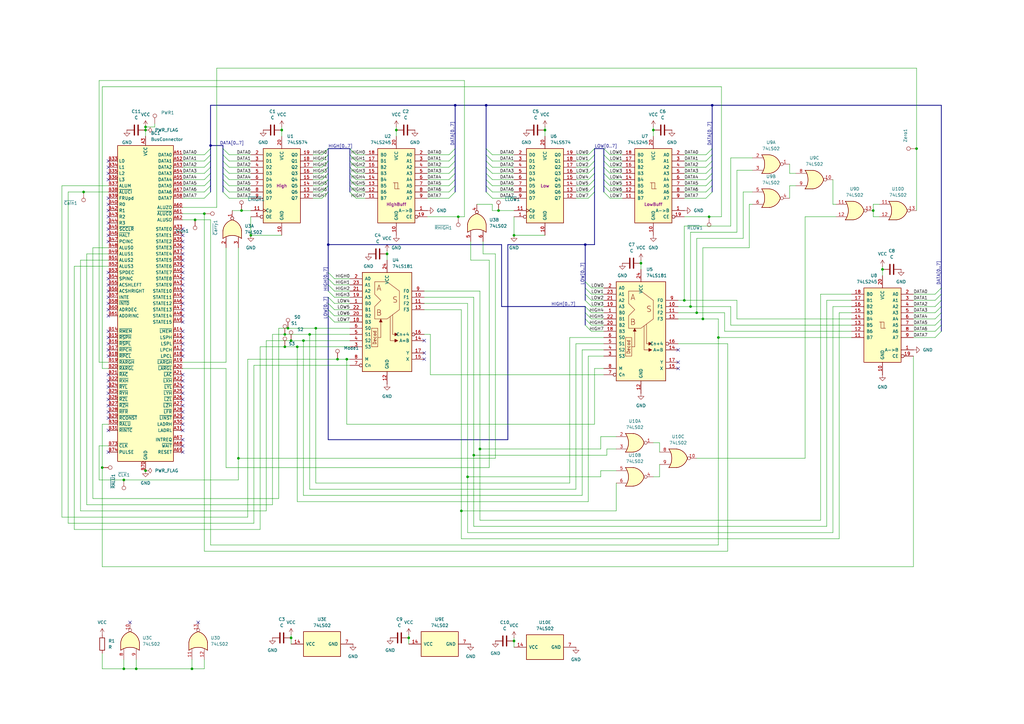
<source format=kicad_sch>
(kicad_sch (version 20250114) (generator "eeschema") (generator_version "9.0")
  (paper "A3")
  (junction (at 59.69 193.04))
  (junction (at 288.29 130.81))
  (junction (at 290.83 88.9))
  (junction (at 191.77 195.58))
  (junction (at 119.38 139.7))
  (junction (at 267.97 53.34))
  (junction (at 158.75 104.14))
  (junction (at 34.29 78.74))
  (junction (at 204.47 86.36))
  (junction (at 162.56 53.34))
  (junction (at 294.64 138.43))
  (junction (at 187.96 88.9))
  (junction (at 116.84 137.16))
  (junction (at 375.92 60.96))
  (junction (at 50.8 274.32))
  (junction (at 80.01 90.17))
  (junction (at 292.1 43.18))
  (junction (at 167.64 261.62))
  (junction (at 124.46 139.7))
  (junction (at 196.85 184.15))
  (junction (at 97.79 187.96))
  (junction (at 127 137.16))
  (junction (at 358.14 86.36))
  (junction (at 116.84 142.24))
  (junction (at 78.74 274.32))
  (junction (at 142.24 147.32))
  (junction (at 129.54 134.62))
  (junction (at 50.8 196.85))
  (junction (at 59.69 52.07))
  (junction (at 138.43 147.32))
  (junction (at 210.82 262.89))
  (junction (at 55.88 274.32))
  (junction (at 194.31 186.69))
  (junction (at 361.95 110.49))
  (junction (at 285.75 128.27))
  (junction (at 115.57 53.34))
  (junction (at 121.92 142.24))
  (junction (at 189.23 209.55))
  (junction (at 280.67 123.19))
  (junction (at 283.21 125.73))
  (junction (at 119.38 261.62))
  (junction (at 210.82 96.52))
  (junction (at 118.11 134.62))
  (junction (at 223.52 53.34))
  (junction (at 41.91 191.77))
  (junction (at 99.06 86.36))
  (junction (at 134.62 100.33))
  (junction (at 186.69 43.18))
  (junction (at 83.82 87.63))
  (junction (at 262.89 107.95))
  (junction (at 240.03 100.33))
  (junction (at 86.36 59.69))
  (junction (at 199.39 43.18))
  (junction (at 102.87 96.52))
  (junction (at 59.69 53.34))
  (no_connect (at 74.93 124.46))
  (no_connect (at 81.28 255.27))
  (no_connect (at 74.93 99.06))
  (no_connect (at 74.93 140.97))
  (no_connect (at 74.93 106.68))
  (no_connect (at 74.93 180.34))
  (no_connect (at 74.93 132.08))
  (no_connect (at 278.13 151.13))
  (no_connect (at 44.45 91.44))
  (no_connect (at 74.93 109.22))
  (no_connect (at 74.93 101.6))
  (no_connect (at 278.13 143.51))
  (no_connect (at 44.45 163.83))
  (no_connect (at 44.45 153.67))
  (no_connect (at 44.45 88.9))
  (no_connect (at 74.93 168.91))
  (no_connect (at 74.93 111.76))
  (no_connect (at 74.93 171.45))
  (no_connect (at 74.93 158.75))
  (no_connect (at 44.45 158.75))
  (no_connect (at 74.93 119.38))
  (no_connect (at 44.45 111.76))
  (no_connect (at 74.93 121.92))
  (no_connect (at 74.93 93.98))
  (no_connect (at 44.45 166.37))
  (no_connect (at 74.93 114.3))
  (no_connect (at 74.93 185.42))
  (no_connect (at 44.45 96.52))
  (no_connect (at 44.45 127))
  (no_connect (at 74.93 176.53))
  (no_connect (at 74.93 146.05))
  (no_connect (at 278.13 148.59))
  (no_connect (at 44.45 116.84))
  (no_connect (at 44.45 176.53))
  (no_connect (at 44.45 140.97))
  (no_connect (at 44.45 73.66))
  (no_connect (at 173.99 147.32))
  (no_connect (at 44.45 171.45))
  (no_connect (at 44.45 66.04))
  (no_connect (at 44.45 129.54))
  (no_connect (at 44.45 138.43))
  (no_connect (at 74.93 143.51))
  (no_connect (at 74.93 96.52))
  (no_connect (at 44.45 121.92))
  (no_connect (at 44.45 68.58))
  (no_connect (at 53.34 255.27))
  (no_connect (at 74.93 182.88))
  (no_connect (at 44.45 119.38))
  (no_connect (at 74.93 116.84))
  (no_connect (at 44.45 185.42))
  (no_connect (at 74.93 161.29))
  (no_connect (at 44.45 156.21))
  (no_connect (at 74.93 138.43))
  (no_connect (at 44.45 114.3))
  (no_connect (at 44.45 93.98))
  (no_connect (at 44.45 143.51))
  (no_connect (at 74.93 104.14))
  (no_connect (at 173.99 144.78))
  (no_connect (at 74.93 135.89))
  (no_connect (at 74.93 166.37))
  (no_connect (at 44.45 83.82))
  (no_connect (at 44.45 161.29))
  (no_connect (at 44.45 168.91))
  (no_connect (at 173.99 139.7))
  (no_connect (at 74.93 156.21))
  (no_connect (at 44.45 124.46))
  (no_connect (at 74.93 173.99))
  (no_connect (at 44.45 99.06))
  (no_connect (at 44.45 81.28))
  (no_connect (at 74.93 127))
  (no_connect (at 74.93 153.67))
  (no_connect (at 74.93 163.83))
  (no_connect (at 44.45 135.89))
  (no_connect (at 44.45 146.05))
  (no_connect (at 74.93 129.54))
  (no_connect (at 44.45 86.36))
  (no_connect (at 44.45 71.12))
  (bus_entry (at 247.65 78.74) (size 2.54 2.54))
  (bus_entry (at 134.62 124.46) (size 2.54 2.54))
  (bus_entry (at 292.1 76.2) (size -2.54 2.54))
  (bus_entry (at 292.1 63.5) (size -2.54 2.54))
  (bus_entry (at 386.08 118.11) (size -2.54 2.54))
  (bus_entry (at 243.84 76.2) (size -2.54 2.54))
  (bus_entry (at 134.62 121.92) (size 2.54 2.54))
  (bus_entry (at 186.69 78.74) (size -2.54 2.54))
  (bus_entry (at 134.62 127) (size 2.54 2.54))
  (bus_entry (at 86.36 66.04) (size -2.54 2.54))
  (bus_entry (at 91.44 73.66) (size 2.54 2.54))
  (bus_entry (at 199.39 73.66) (size 2.54 2.54))
  (bus_entry (at 186.69 66.04) (size -2.54 2.54))
  (bus_entry (at 134.62 68.58) (size -2.54 2.54))
  (bus_entry (at 243.84 73.66) (size -2.54 2.54))
  (bus_entry (at 143.51 73.66) (size 2.54 2.54))
  (bus_entry (at 134.62 63.5) (size -2.54 2.54))
  (bus_entry (at 86.36 73.66) (size -2.54 2.54))
  (bus_entry (at 91.44 68.58) (size 2.54 2.54))
  (bus_entry (at 134.62 76.2) (size -2.54 2.54))
  (bus_entry (at 243.84 68.58) (size -2.54 2.54))
  (bus_entry (at 199.39 71.12) (size 2.54 2.54))
  (bus_entry (at 143.51 71.12) (size 2.54 2.54))
  (bus_entry (at 134.62 111.76) (size 2.54 2.54))
  (bus_entry (at 134.62 78.74) (size -2.54 2.54))
  (bus_entry (at 386.08 120.65) (size -2.54 2.54))
  (bus_entry (at 199.39 76.2) (size 2.54 2.54))
  (bus_entry (at 86.36 60.96) (size -2.54 2.54))
  (bus_entry (at 243.84 60.96) (size -2.54 2.54))
  (bus_entry (at 240.03 130.81) (size 2.54 2.54))
  (bus_entry (at 134.62 71.12) (size -2.54 2.54))
  (bus_entry (at 91.44 78.74) (size 2.54 2.54))
  (bus_entry (at 247.65 76.2) (size 2.54 2.54))
  (bus_entry (at 91.44 63.5) (size 2.54 2.54))
  (bus_entry (at 86.36 68.58) (size -2.54 2.54))
  (bus_entry (at 186.69 68.58) (size -2.54 2.54))
  (bus_entry (at 240.03 118.11) (size 2.54 2.54))
  (bus_entry (at 143.51 68.58) (size 2.54 2.54))
  (bus_entry (at 240.03 115.57) (size 2.54 2.54))
  (bus_entry (at 199.39 68.58) (size 2.54 2.54))
  (bus_entry (at 134.62 60.96) (size -2.54 2.54))
  (bus_entry (at 186.69 73.66) (size -2.54 2.54))
  (bus_entry (at 240.03 120.65) (size 2.54 2.54))
  (bus_entry (at 134.62 66.04) (size -2.54 2.54))
  (bus_entry (at 199.39 60.96) (size 2.54 2.54))
  (bus_entry (at 134.62 116.84) (size 2.54 2.54))
  (bus_entry (at 134.62 119.38) (size 2.54 2.54))
  (bus_entry (at 86.36 71.12) (size -2.54 2.54))
  (bus_entry (at 91.44 60.96) (size 2.54 2.54))
  (bus_entry (at 143.51 76.2) (size 2.54 2.54))
  (bus_entry (at 243.84 66.04) (size -2.54 2.54))
  (bus_entry (at 240.03 128.27) (size 2.54 2.54))
  (bus_entry (at 186.69 63.5) (size -2.54 2.54))
  (bus_entry (at 243.84 78.74) (size -2.54 2.54))
  (bus_entry (at 243.84 71.12) (size -2.54 2.54))
  (bus_entry (at 86.36 78.74) (size -2.54 2.54))
  (bus_entry (at 86.36 76.2) (size -2.54 2.54))
  (bus_entry (at 143.51 66.04) (size 2.54 2.54))
  (bus_entry (at 386.08 130.81) (size -2.54 2.54))
  (bus_entry (at 91.44 71.12) (size 2.54 2.54))
  (bus_entry (at 247.65 68.58) (size 2.54 2.54))
  (bus_entry (at 240.03 125.73) (size 2.54 2.54))
  (bus_entry (at 134.62 73.66) (size -2.54 2.54))
  (bus_entry (at 292.1 60.96) (size -2.54 2.54))
  (bus_entry (at 86.36 63.5) (size -2.54 2.54))
  (bus_entry (at 143.51 60.96) (size 2.54 2.54))
  (bus_entry (at 292.1 68.58) (size -2.54 2.54))
  (bus_entry (at 247.65 66.04) (size 2.54 2.54))
  (bus_entry (at 186.69 60.96) (size -2.54 2.54))
  (bus_entry (at 386.08 123.19) (size -2.54 2.54))
  (bus_entry (at 386.08 133.35) (size -2.54 2.54))
  (bus_entry (at 292.1 71.12) (size -2.54 2.54))
  (bus_entry (at 199.39 63.5) (size 2.54 2.54))
  (bus_entry (at 247.65 73.66) (size 2.54 2.54))
  (bus_entry (at 91.44 76.2) (size 2.54 2.54))
  (bus_entry (at 134.62 129.54) (size 2.54 2.54))
  (bus_entry (at 240.03 123.19) (size 2.54 2.54))
  (bus_entry (at 386.08 135.89) (size -2.54 2.54))
  (bus_entry (at 247.65 63.5) (size 2.54 2.54))
  (bus_entry (at 292.1 66.04) (size -2.54 2.54))
  (bus_entry (at 292.1 73.66) (size -2.54 2.54))
  (bus_entry (at 386.08 125.73) (size -2.54 2.54))
  (bus_entry (at 247.65 60.96) (size 2.54 2.54))
  (bus_entry (at 186.69 71.12) (size -2.54 2.54))
  (bus_entry (at 292.1 78.74) (size -2.54 2.54))
  (bus_entry (at 240.03 133.35) (size 2.54 2.54))
  (bus_entry (at 199.39 66.04) (size 2.54 2.54))
  (bus_entry (at 134.62 114.3) (size 2.54 2.54))
  (bus_entry (at 243.84 63.5) (size -2.54 2.54))
  (bus_entry (at 247.65 71.12) (size 2.54 2.54))
  (bus_entry (at 386.08 128.27) (size -2.54 2.54))
  (bus_entry (at 143.51 78.74) (size 2.54 2.54))
  (bus_entry (at 91.44 66.04) (size 2.54 2.54))
  (bus_entry (at 199.39 78.74) (size 2.54 2.54))
  (bus_entry (at 143.51 63.5) (size 2.54 2.54))
  (bus_entry (at 186.69 76.2) (size -2.54 2.54))
  (bus (pts (xy 386.08 133.35) (xy 386.08 135.89)))
  (wire (pts (xy 27.94 214.63) (xy 104.14 214.63)))
  (wire (pts (xy 233.68 198.12) (xy 233.68 138.43)))
  (wire (pts (xy 50.8 274.32) (xy 55.88 274.32)))
  (wire (pts (xy 173.99 127) (xy 189.23 127)))
  (wire (pts (xy 302.26 95.25) (xy 302.26 69.85)))
  (wire (pts (xy 285.75 128.27) (xy 285.75 97.79)))
  (wire (pts (xy 121.92 205.74) (xy 241.3 205.74)))
  (wire (pts (xy 200.66 106.68) (xy 193.04 106.68)))
  (wire (pts (xy 255.27 71.12) (xy 250.19 71.12)))
  (wire (pts (xy 248.92 186.69) (xy 248.92 184.15)))
  (wire (pts (xy 149.86 81.28) (xy 146.05 81.28)))
  (bus (pts (xy 186.69 76.2) (xy 186.69 78.74)))
  (bus (pts (xy 205.74 125.73) (xy 240.03 125.73)))
  (wire (pts (xy 375.92 86.36) (xy 375.92 60.96)))
  (wire (pts (xy 40.64 182.88) (xy 40.64 196.85)))
  (wire (pts (xy 236.22 81.28) (xy 241.3 81.28)))
  (bus (pts (xy 247.65 73.66) (xy 247.65 76.2)))
  (bus (pts (xy 240.03 100.33) (xy 243.84 100.33)))
  (wire (pts (xy 41.91 151.13) (xy 41.91 35.56)))
  (wire (pts (xy 323.85 76.2) (xy 326.39 76.2)))
  (wire (pts (xy 184.15 63.5) (xy 175.26 63.5)))
  (wire (pts (xy 104.14 149.86) (xy 143.51 149.86)))
  (wire (pts (xy 55.88 270.51) (xy 55.88 274.32)))
  (wire (pts (xy 243.84 151.13) (xy 247.65 151.13)))
  (wire (pts (xy 109.22 209.55) (xy 109.22 139.7)))
  (wire (pts (xy 40.64 148.59) (xy 44.45 148.59)))
  (wire (pts (xy 243.84 173.99) (xy 243.84 151.13)))
  (wire (pts (xy 238.76 203.2) (xy 238.76 143.51)))
  (wire (pts (xy 173.99 121.92) (xy 194.31 121.92)))
  (wire (pts (xy 83.82 66.04) (xy 74.93 66.04)))
  (wire (pts (xy 83.82 81.28) (xy 74.93 81.28)))
  (bus (pts (xy 134.62 116.84) (xy 134.62 119.38)))
  (wire (pts (xy 93.98 66.04) (xy 102.87 66.04)))
  (bus (pts (xy 199.39 66.04) (xy 199.39 68.58)))
  (wire (pts (xy 203.2 104.14) (xy 198.12 104.14)))
  (wire (pts (xy 142.24 147.32) (xy 142.24 173.99)))
  (wire (pts (xy 191.77 195.58) (xy 191.77 218.44)))
  (wire (pts (xy 270.51 195.58) (xy 270.51 190.5)))
  (bus (pts (xy 240.03 120.65) (xy 240.03 123.19)))
  (wire (pts (xy 299.72 125.73) (xy 299.72 133.35)))
  (wire (pts (xy 184.15 71.12) (xy 175.26 71.12)))
  (bus (pts (xy 240.03 128.27) (xy 240.03 130.81)))
  (bus (pts (xy 199.39 76.2) (xy 199.39 78.74)))
  (wire (pts (xy 35.56 207.01) (xy 111.76 207.01)))
  (wire (pts (xy 99.06 86.36) (xy 102.87 86.36)))
  (wire (pts (xy 339.09 215.9) (xy 339.09 123.19)))
  (wire (pts (xy 278.13 128.27) (xy 285.75 128.27)))
  (wire (pts (xy 27.94 78.74) (xy 34.29 78.74)))
  (wire (pts (xy 83.82 68.58) (xy 74.93 68.58)))
  (bus (pts (xy 292.1 71.12) (xy 292.1 73.66)))
  (wire (pts (xy 289.56 73.66) (xy 280.67 73.66)))
  (wire (pts (xy 323.85 71.12) (xy 326.39 71.12)))
  (wire (pts (xy 129.54 134.62) (xy 143.51 134.62)))
  (bus (pts (xy 386.08 125.73) (xy 386.08 128.27)))
  (wire (pts (xy 93.98 78.74) (xy 102.87 78.74)))
  (wire (pts (xy 198.12 104.14) (xy 198.12 99.06)))
  (wire (pts (xy 267.97 53.34) (xy 267.97 55.88)))
  (wire (pts (xy 162.56 52.07) (xy 162.56 53.34)))
  (wire (pts (xy 119.38 139.7) (xy 124.46 139.7)))
  (wire (pts (xy 289.56 66.04) (xy 280.67 66.04)))
  (wire (pts (xy 242.57 123.19) (xy 247.65 123.19)))
  (bus (pts (xy 240.03 100.33) (xy 240.03 115.57)))
  (wire (pts (xy 83.82 76.2) (xy 74.93 76.2)))
  (bus (pts (xy 134.62 100.33) (xy 205.74 100.33)))
  (wire (pts (xy 339.09 123.19) (xy 349.25 123.19)))
  (wire (pts (xy 341.63 125.73) (xy 349.25 125.73)))
  (wire (pts (xy 238.76 143.51) (xy 247.65 143.51)))
  (bus (pts (xy 91.44 59.69) (xy 91.44 60.96)))
  (wire (pts (xy 30.48 109.22) (xy 44.45 109.22)))
  (wire (pts (xy 74.93 151.13) (xy 92.71 151.13)))
  (wire (pts (xy 255.27 81.28) (xy 250.19 81.28)))
  (wire (pts (xy 285.75 128.27) (xy 297.18 128.27)))
  (bus (pts (xy 186.69 66.04) (xy 186.69 68.58)))
  (wire (pts (xy 124.46 139.7) (xy 143.51 139.7)))
  (wire (pts (xy 92.71 148.59) (xy 92.71 101.6)))
  (bus (pts (xy 86.36 71.12) (xy 86.36 73.66)))
  (bus (pts (xy 292.1 63.5) (xy 292.1 66.04)))
  (wire (pts (xy 104.14 214.63) (xy 104.14 149.86)))
  (wire (pts (xy 201.93 71.12) (xy 210.82 71.12)))
  (wire (pts (xy 97.79 187.96) (xy 203.2 187.96)))
  (wire (pts (xy 299.72 64.77) (xy 308.61 64.77)))
  (wire (pts (xy 289.56 76.2) (xy 280.67 76.2)))
  (bus (pts (xy 247.65 76.2) (xy 247.65 78.74)))
  (wire (pts (xy 203.2 187.96) (xy 203.2 104.14)))
  (wire (pts (xy 196.85 184.15) (xy 196.85 213.36)))
  (wire (pts (xy 137.16 114.3) (xy 143.51 114.3)))
  (wire (pts (xy 40.64 196.85) (xy 50.8 196.85)))
  (wire (pts (xy 255.27 66.04) (xy 250.19 66.04)))
  (wire (pts (xy 41.91 35.56) (xy 295.91 35.56)))
  (wire (pts (xy 285.75 97.79) (xy 304.8 97.79)))
  (wire (pts (xy 288.29 130.81) (xy 294.64 130.81)))
  (wire (pts (xy 184.15 78.74) (xy 175.26 78.74)))
  (wire (pts (xy 162.56 53.34) (xy 162.56 55.88)))
  (bus (pts (xy 143.51 66.04) (xy 143.51 68.58)))
  (wire (pts (xy 344.17 128.27) (xy 349.25 128.27)))
  (wire (pts (xy 118.11 134.62) (xy 129.54 134.62)))
  (bus (pts (xy 199.39 43.18) (xy 292.1 43.18)))
  (wire (pts (xy 210.82 96.52) (xy 210.82 88.9)))
  (wire (pts (xy 106.68 217.17) (xy 106.68 142.24)))
  (wire (pts (xy 25.4 76.2) (xy 44.45 76.2)))
  (wire (pts (xy 101.6 212.09) (xy 101.6 147.32)))
  (bus (pts (xy 86.36 66.04) (xy 86.36 68.58)))
  (wire (pts (xy 173.99 119.38) (xy 196.85 119.38)))
  (bus (pts (xy 86.36 43.18) (xy 86.36 59.69)))
  (wire (pts (xy 289.56 81.28) (xy 280.67 81.28)))
  (wire (pts (xy 191.77 195.58) (xy 246.38 195.58)))
  (wire (pts (xy 50.8 270.51) (xy 50.8 274.32)))
  (bus (pts (xy 186.69 73.66) (xy 186.69 76.2)))
  (bus (pts (xy 240.03 115.57) (xy 240.03 118.11)))
  (wire (pts (xy 33.02 106.68) (xy 33.02 209.55)))
  (wire (pts (xy 223.52 53.34) (xy 223.52 55.88)))
  (bus (pts (xy 199.39 43.18) (xy 199.39 60.96)))
  (wire (pts (xy 278.13 140.97) (xy 298.45 140.97)))
  (wire (pts (xy 358.14 88.9) (xy 360.68 88.9)))
  (wire (pts (xy 74.93 148.59) (xy 92.71 148.59)))
  (wire (pts (xy 288.29 130.81) (xy 288.29 101.6)))
  (wire (pts (xy 246.38 184.15) (xy 246.38 179.07)))
  (bus (pts (xy 292.1 66.04) (xy 292.1 68.58)))
  (wire (pts (xy 194.31 215.9) (xy 339.09 215.9)))
  (wire (pts (xy 93.98 68.58) (xy 102.87 68.58)))
  (wire (pts (xy 129.54 198.12) (xy 233.68 198.12)))
  (wire (pts (xy 242.57 135.89) (xy 247.65 135.89)))
  (wire (pts (xy 344.17 220.98) (xy 344.17 128.27)))
  (wire (pts (xy 298.45 140.97) (xy 298.45 226.06)))
  (wire (pts (xy 294.64 223.52) (xy 86.36 223.52)))
  (wire (pts (xy 304.8 97.79) (xy 304.8 78.74)))
  (wire (pts (xy 38.1 101.6) (xy 38.1 204.47)))
  (wire (pts (xy 383.54 133.35) (xy 374.65 133.35)))
  (bus (pts (xy 240.03 125.73) (xy 240.03 128.27)))
  (wire (pts (xy 383.54 130.81) (xy 374.65 130.81)))
  (bus (pts (xy 143.51 73.66) (xy 143.51 76.2)))
  (wire (pts (xy 114.3 204.47) (xy 114.3 134.62)))
  (wire (pts (xy 374.65 232.41) (xy 374.65 146.05)))
  (wire (pts (xy 50.8 196.85) (xy 97.79 196.85)))
  (wire (pts (xy 55.88 274.32) (xy 78.74 274.32)))
  (wire (pts (xy 115.57 52.07) (xy 115.57 53.34)))
  (wire (pts (xy 88.9 85.09) (xy 74.93 85.09)))
  (wire (pts (xy 149.86 73.66) (xy 146.05 73.66)))
  (wire (pts (xy 255.27 78.74) (xy 250.19 78.74)))
  (wire (pts (xy 83.82 78.74) (xy 74.93 78.74)))
  (wire (pts (xy 124.46 203.2) (xy 238.76 203.2)))
  (bus (pts (xy 247.65 60.96) (xy 247.65 63.5)))
  (wire (pts (xy 116.84 142.24) (xy 121.92 142.24)))
  (wire (pts (xy 358.14 86.36) (xy 358.14 88.9)))
  (wire (pts (xy 111.76 207.01) (xy 111.76 137.16)))
  (wire (pts (xy 361.95 110.49) (xy 361.95 113.03)))
  (bus (pts (xy 134.62 78.74) (xy 134.62 100.33)))
  (bus (pts (xy 243.84 71.12) (xy 243.84 73.66)))
  (wire (pts (xy 38.1 204.47) (xy 114.3 204.47)))
  (wire (pts (xy 383.54 135.89) (xy 374.65 135.89)))
  (bus (pts (xy 134.62 73.66) (xy 134.62 76.2)))
  (bus (pts (xy 143.51 60.96) (xy 143.51 63.5)))
  (wire (pts (xy 242.57 130.81) (xy 247.65 130.81)))
  (wire (pts (xy 63.5 52.07) (xy 63.5 50.8)))
  (wire (pts (xy 33.02 106.68) (xy 44.45 106.68)))
  (bus (pts (xy 86.36 60.96) (xy 86.36 63.5)))
  (wire (pts (xy 283.21 125.73) (xy 283.21 95.25)))
  (wire (pts (xy 59.69 52.07) (xy 59.69 53.34)))
  (wire (pts (xy 267.97 52.07) (xy 267.97 53.34)))
  (bus (pts (xy 91.44 71.12) (xy 91.44 73.66)))
  (wire (pts (xy 246.38 195.58) (xy 246.38 193.04)))
  (bus (pts (xy 199.39 60.96) (xy 199.39 63.5)))
  (wire (pts (xy 116.84 137.16) (xy 127 137.16)))
  (wire (pts (xy 41.91 191.77) (xy 41.91 232.41)))
  (bus (pts (xy 208.28 100.33) (xy 240.03 100.33)))
  (wire (pts (xy 201.93 76.2) (xy 210.82 76.2)))
  (bus (pts (xy 386.08 43.18) (xy 292.1 43.18)))
  (bus (pts (xy 243.84 76.2) (xy 243.84 78.74)))
  (bus (pts (xy 134.62 100.33) (xy 134.62 111.76)))
  (wire (pts (xy 80.01 90.17) (xy 74.93 90.17)))
  (bus (pts (xy 134.62 111.76) (xy 134.62 114.3)))
  (bus (pts (xy 91.44 76.2) (xy 91.44 78.74)))
  (wire (pts (xy 102.87 96.52) (xy 102.87 88.9)))
  (wire (pts (xy 93.98 73.66) (xy 102.87 73.66)))
  (wire (pts (xy 295.91 88.9) (xy 290.83 88.9)))
  (wire (pts (xy 297.18 128.27) (xy 297.18 135.89)))
  (bus (pts (xy 91.44 73.66) (xy 91.44 76.2)))
  (wire (pts (xy 341.63 83.82) (xy 342.9 83.82)))
  (wire (pts (xy 119.38 260.35) (xy 119.38 261.62)))
  (wire (pts (xy 196.85 213.36) (xy 336.55 213.36)))
  (wire (pts (xy 137.16 127) (xy 143.51 127)))
  (bus (pts (xy 143.51 68.58) (xy 143.51 71.12)))
  (wire (pts (xy 137.16 132.08) (xy 143.51 132.08)))
  (wire (pts (xy 59.69 52.07) (xy 63.5 52.07)))
  (wire (pts (xy 111.76 137.16) (xy 116.84 137.16)))
  (wire (pts (xy 95.25 86.36) (xy 99.06 86.36)))
  (wire (pts (xy 294.64 138.43) (xy 349.25 138.43)))
  (wire (pts (xy 86.36 90.17) (xy 80.01 90.17)))
  (bus (pts (xy 134.62 124.46) (xy 134.62 127)))
  (wire (pts (xy 97.79 196.85) (xy 97.79 187.96)))
  (wire (pts (xy 191.77 124.46) (xy 191.77 195.58)))
  (wire (pts (xy 252.73 209.55) (xy 252.73 198.12)))
  (wire (pts (xy 358.14 83.82) (xy 360.68 83.82)))
  (bus (pts (xy 186.69 71.12) (xy 186.69 73.66)))
  (wire (pts (xy 267.97 195.58) (xy 270.51 195.58)))
  (wire (pts (xy 189.23 209.55) (xy 252.73 209.55)))
  (wire (pts (xy 124.46 139.7) (xy 124.46 203.2)))
  (wire (pts (xy 189.23 220.98) (xy 344.17 220.98)))
  (bus (pts (xy 91.44 60.96) (xy 91.44 63.5)))
  (wire (pts (xy 236.22 76.2) (xy 241.3 76.2)))
  (wire (pts (xy 86.36 223.52) (xy 86.36 90.17)))
  (wire (pts (xy 59.69 53.34) (xy 59.69 55.88)))
  (bus (pts (xy 134.62 63.5) (xy 134.62 66.04)))
  (bus (pts (xy 199.39 63.5) (xy 199.39 66.04)))
  (wire (pts (xy 92.71 151.13) (xy 92.71 191.77)))
  (wire (pts (xy 194.31 186.69) (xy 248.92 186.69)))
  (bus (pts (xy 186.69 43.18) (xy 186.69 60.96)))
  (wire (pts (xy 149.86 66.04) (xy 146.05 66.04)))
  (wire (pts (xy 44.45 151.13) (xy 41.91 151.13)))
  (bus (pts (xy 134.62 121.92) (xy 134.62 124.46)))
  (wire (pts (xy 196.85 184.15) (xy 246.38 184.15)))
  (wire (pts (xy 289.56 71.12) (xy 280.67 71.12)))
  (wire (pts (xy 283.21 125.73) (xy 299.72 125.73)))
  (wire (pts (xy 128.27 68.58) (xy 132.08 68.58)))
  (wire (pts (xy 278.13 125.73) (xy 283.21 125.73)))
  (wire (pts (xy 142.24 173.99) (xy 243.84 173.99)))
  (bus (pts (xy 240.03 118.11) (xy 240.03 120.65)))
  (wire (pts (xy 262.89 107.95) (xy 262.89 110.49)))
  (bus (pts (xy 243.84 60.96) (xy 243.84 63.5)))
  (wire (pts (xy 236.22 73.66) (xy 241.3 73.66)))
  (wire (pts (xy 115.57 96.52) (xy 102.87 96.52)))
  (wire (pts (xy 383.54 138.43) (xy 374.65 138.43)))
  (bus (pts (xy 91.44 68.58) (xy 91.44 71.12)))
  (wire (pts (xy 128.27 78.74) (xy 132.08 78.74)))
  (wire (pts (xy 78.74 274.32) (xy 83.82 274.32)))
  (wire (pts (xy 93.98 76.2) (xy 102.87 76.2)))
  (wire (pts (xy 255.27 76.2) (xy 250.19 76.2)))
  (wire (pts (xy 201.93 86.36) (xy 204.47 86.36)))
  (wire (pts (xy 236.22 200.66) (xy 236.22 140.97)))
  (wire (pts (xy 189.23 209.55) (xy 189.23 220.98)))
  (wire (pts (xy 383.54 123.19) (xy 374.65 123.19)))
  (bus (pts (xy 91.44 63.5) (xy 91.44 66.04)))
  (wire (pts (xy 137.16 121.92) (xy 143.51 121.92)))
  (wire (pts (xy 302.26 123.19) (xy 302.26 130.81)))
  (bus (pts (xy 186.69 68.58) (xy 186.69 71.12)))
  (bus (pts (xy 143.51 71.12) (xy 143.51 73.66)))
  (wire (pts (xy 246.38 179.07) (xy 252.73 179.07)))
  (wire (pts (xy 83.82 73.66) (xy 74.93 73.66)))
  (wire (pts (xy 189.23 127) (xy 189.23 209.55)))
  (wire (pts (xy 294.64 138.43) (xy 294.64 223.52)))
  (wire (pts (xy 127 137.16) (xy 143.51 137.16)))
  (wire (pts (xy 236.22 63.5) (xy 241.3 63.5)))
  (wire (pts (xy 241.3 146.05) (xy 247.65 146.05)))
  (wire (pts (xy 30.48 109.22) (xy 30.48 217.17)))
  (wire (pts (xy 289.56 63.5) (xy 280.67 63.5)))
  (wire (pts (xy 40.64 33.02) (xy 190.5 33.02)))
  (wire (pts (xy 121.92 142.24) (xy 143.51 142.24)))
  (wire (pts (xy 83.82 63.5) (xy 74.93 63.5)))
  (bus (pts (xy 86.36 59.69) (xy 91.44 59.69)))
  (wire (pts (xy 233.68 138.43) (xy 247.65 138.43)))
  (wire (pts (xy 41.91 267.97) (xy 41.91 274.32)))
  (wire (pts (xy 299.72 133.35) (xy 349.25 133.35)))
  (wire (pts (xy 115.57 53.34) (xy 115.57 55.88)))
  (wire (pts (xy 190.5 33.02) (xy 190.5 88.9)))
  (wire (pts (xy 109.22 139.7) (xy 119.38 139.7)))
  (wire (pts (xy 142.24 147.32) (xy 143.51 147.32)))
  (wire (pts (xy 93.98 71.12) (xy 102.87 71.12)))
  (wire (pts (xy 149.86 68.58) (xy 146.05 68.58)))
  (wire (pts (xy 33.02 209.55) (xy 109.22 209.55)))
  (bus (pts (xy 243.84 60.96) (xy 247.65 60.96)))
  (wire (pts (xy 27.94 78.74) (xy 27.94 214.63)))
  (wire (pts (xy 196.85 119.38) (xy 196.85 184.15)))
  (bus (pts (xy 86.36 76.2) (xy 86.36 78.74)))
  (wire (pts (xy 121.92 142.24) (xy 121.92 205.74)))
  (bus (pts (xy 243.84 63.5) (xy 243.84 66.04)))
  (wire (pts (xy 295.91 35.56) (xy 295.91 88.9)))
  (wire (pts (xy 255.27 73.66) (xy 250.19 73.66)))
  (wire (pts (xy 101.6 147.32) (xy 138.43 147.32)))
  (wire (pts (xy 210.82 261.62) (xy 210.82 262.89)))
  (wire (pts (xy 83.82 87.63) (xy 74.93 87.63)))
  (bus (pts (xy 134.62 60.96) (xy 134.62 63.5)))
  (wire (pts (xy 288.29 101.6) (xy 307.34 101.6)))
  (wire (pts (xy 297.18 135.89) (xy 349.25 135.89)))
  (wire (pts (xy 262.89 106.68) (xy 262.89 107.95)))
  (wire (pts (xy 40.64 148.59) (xy 40.64 33.02)))
  (bus (pts (xy 134.62 66.04) (xy 134.62 68.58)))
  (wire (pts (xy 127 200.66) (xy 236.22 200.66)))
  (wire (pts (xy 280.67 92.71) (xy 299.72 92.71)))
  (wire (pts (xy 375.92 27.94) (xy 88.9 27.94)))
  (wire (pts (xy 241.3 205.74) (xy 241.3 146.05)))
  (wire (pts (xy 383.54 125.73) (xy 374.65 125.73)))
  (bus (pts (xy 292.1 73.66) (xy 292.1 76.2)))
  (bus (pts (xy 292.1 60.96) (xy 292.1 63.5)))
  (bus (pts (xy 134.62 114.3) (xy 134.62 116.84)))
  (bus (pts (xy 134.62 76.2) (xy 134.62 78.74)))
  (wire (pts (xy 137.16 129.54) (xy 143.51 129.54)))
  (bus (pts (xy 134.62 60.96) (xy 143.51 60.96)))
  (wire (pts (xy 137.16 119.38) (xy 143.51 119.38)))
  (wire (pts (xy 299.72 92.71) (xy 299.72 64.77)))
  (bus (pts (xy 186.69 60.96) (xy 186.69 63.5)))
  (wire (pts (xy 248.92 184.15) (xy 252.73 184.15)))
  (wire (pts (xy 191.77 218.44) (xy 341.63 218.44)))
  (wire (pts (xy 375.92 60.96) (xy 375.92 27.94)))
  (wire (pts (xy 128.27 71.12) (xy 132.08 71.12)))
  (wire (pts (xy 25.4 76.2) (xy 25.4 212.09)))
  (wire (pts (xy 184.15 66.04) (xy 175.26 66.04)))
  (bus (pts (xy 134.62 129.54) (xy 134.62 180.34)))
  (bus (pts (xy 386.08 43.18) (xy 386.08 118.11)))
  (wire (pts (xy 236.22 140.97) (xy 247.65 140.97)))
  (wire (pts (xy 278.13 130.81) (xy 288.29 130.81)))
  (wire (pts (xy 330.2 88.9) (xy 342.9 88.9)))
  (wire (pts (xy 83.82 270.51) (xy 83.82 274.32)))
  (wire (pts (xy 176.53 153.67) (xy 247.65 153.67)))
  (wire (pts (xy 267.97 181.61) (xy 270.51 181.61)))
  (wire (pts (xy 167.64 261.62) (xy 167.64 264.16)))
  (wire (pts (xy 128.27 73.66) (xy 132.08 73.66)))
  (bus (pts (xy 86.36 60.96) (xy 86.36 59.69)))
  (bus (pts (xy 247.65 63.5) (xy 247.65 66.04)))
  (bus (pts (xy 143.51 76.2) (xy 143.51 78.74)))
  (wire (pts (xy 358.14 86.36) (xy 358.14 83.82)))
  (wire (pts (xy 149.86 78.74) (xy 146.05 78.74)))
  (bus (pts (xy 292.1 68.58) (xy 292.1 71.12)))
  (wire (pts (xy 201.93 78.74) (xy 210.82 78.74)))
  (bus (pts (xy 199.39 68.58) (xy 199.39 71.12)))
  (wire (pts (xy 127 137.16) (xy 127 200.66)))
  (wire (pts (xy 149.86 63.5) (xy 146.05 63.5)))
  (wire (pts (xy 336.55 213.36) (xy 336.55 120.65)))
  (bus (pts (xy 292.1 43.18) (xy 292.1 60.96)))
  (wire (pts (xy 307.34 101.6) (xy 307.34 83.82)))
  (wire (pts (xy 336.55 120.65) (xy 349.25 120.65)))
  (bus (pts (xy 243.84 78.74) (xy 243.84 100.33)))
  (wire (pts (xy 383.54 128.27) (xy 374.65 128.27)))
  (bus (pts (xy 386.08 128.27) (xy 386.08 130.81)))
  (wire (pts (xy 184.15 68.58) (xy 175.26 68.58)))
  (wire (pts (xy 97.79 187.96) (xy 97.79 101.6)))
  (wire (pts (xy 93.98 81.28) (xy 102.87 81.28)))
  (wire (pts (xy 106.68 142.24) (xy 116.84 142.24)))
  (bus (pts (xy 386.08 118.11) (xy 386.08 120.65)))
  (wire (pts (xy 302.26 69.85) (xy 308.61 69.85)))
  (wire (pts (xy 137.16 116.84) (xy 143.51 116.84)))
  (bus (pts (xy 86.36 73.66) (xy 86.36 76.2)))
  (wire (pts (xy 341.63 218.44) (xy 341.63 125.73)))
  (wire (pts (xy 137.16 124.46) (xy 143.51 124.46)))
  (wire (pts (xy 242.57 128.27) (xy 247.65 128.27)))
  (wire (pts (xy 35.56 104.14) (xy 44.45 104.14)))
  (wire (pts (xy 83.82 226.06) (xy 83.82 87.63)))
  (wire (pts (xy 88.9 27.94) (xy 88.9 85.09)))
  (bus (pts (xy 199.39 71.12) (xy 199.39 73.66)))
  (bus (pts (xy 292.1 76.2) (xy 292.1 78.74)))
  (bus (pts (xy 186.69 43.18) (xy 86.36 43.18)))
  (bus (pts (xy 386.08 130.81) (xy 386.08 133.35)))
  (wire (pts (xy 149.86 71.12) (xy 146.05 71.12)))
  (wire (pts (xy 280.67 123.19) (xy 280.67 92.71)))
  (wire (pts (xy 236.22 66.04) (xy 241.3 66.04)))
  (wire (pts (xy 294.64 130.81) (xy 294.64 138.43)))
  (wire (pts (xy 200.66 191.77) (xy 200.66 106.68)))
  (wire (pts (xy 323.85 81.28) (xy 323.85 76.2)))
  (wire (pts (xy 149.86 76.2) (xy 146.05 76.2)))
  (wire (pts (xy 128.27 66.04) (xy 132.08 66.04)))
  (wire (pts (xy 289.56 78.74) (xy 280.67 78.74)))
  (bus (pts (xy 134.62 71.12) (xy 134.62 73.66)))
  (wire (pts (xy 246.38 193.04) (xy 252.73 193.04)))
  (wire (pts (xy 158.75 102.87) (xy 158.75 104.14)))
  (wire (pts (xy 193.04 106.68) (xy 193.04 99.06)))
  (bus (pts (xy 86.36 63.5) (xy 86.36 66.04)))
  (wire (pts (xy 175.26 88.9) (xy 187.96 88.9)))
  (wire (pts (xy 255.27 63.5) (xy 250.19 63.5)))
  (wire (pts (xy 201.93 81.28) (xy 210.82 81.28)))
  (wire (pts (xy 41.91 274.32) (xy 50.8 274.32)))
  (wire (pts (xy 283.21 95.25) (xy 302.26 95.25)))
  (wire (pts (xy 184.15 81.28) (xy 175.26 81.28)))
  (wire (pts (xy 41.91 173.99) (xy 44.45 173.99)))
  (wire (pts (xy 330.2 187.96) (xy 330.2 88.9)))
  (wire (pts (xy 114.3 134.62) (xy 118.11 134.62)))
  (wire (pts (xy 184.15 76.2) (xy 175.26 76.2)))
  (wire (pts (xy 34.29 78.74) (xy 44.45 78.74)))
  (bus (pts (xy 134.62 68.58) (xy 134.62 71.12)))
  (wire (pts (xy 236.22 71.12) (xy 241.3 71.12)))
  (wire (pts (xy 201.93 73.66) (xy 210.82 73.66)))
  (wire (pts (xy 302.26 130.81) (xy 349.25 130.81)))
  (wire (pts (xy 280.67 123.19) (xy 302.26 123.19)))
  (wire (pts (xy 195.58 83.82) (xy 201.93 83.82)))
  (wire (pts (xy 278.13 123.19) (xy 280.67 123.19)))
  (wire (pts (xy 35.56 104.14) (xy 35.56 207.01)))
  (wire (pts (xy 93.98 63.5) (xy 102.87 63.5)))
  (wire (pts (xy 128.27 81.28) (xy 132.08 81.28)))
  (bus (pts (xy 186.69 63.5) (xy 186.69 66.04)))
  (bus (pts (xy 386.08 120.65) (xy 386.08 123.19)))
  (wire (pts (xy 236.22 78.74) (xy 241.3 78.74)))
  (wire (pts (xy 92.71 191.77) (xy 200.66 191.77)))
  (wire (pts (xy 242.57 120.65) (xy 247.65 120.65)))
  (bus (pts (xy 243.84 73.66) (xy 243.84 76.2)))
  (bus (pts (xy 205.74 100.33) (xy 205.74 125.73)))
  (bus (pts (xy 243.84 66.04) (xy 243.84 68.58)))
  (bus (pts (xy 247.65 68.58) (xy 247.65 71.12)))
  (wire (pts (xy 307.34 83.82) (xy 308.61 83.82)))
  (bus (pts (xy 86.36 68.58) (xy 86.36 71.12)))
  (wire (pts (xy 83.82 71.12) (xy 74.93 71.12)))
  (bus (pts (xy 247.65 71.12) (xy 247.65 73.66)))
  (wire (pts (xy 173.99 124.46) (xy 191.77 124.46)))
  (wire (pts (xy 40.64 182.88) (xy 44.45 182.88)))
  (wire (pts (xy 38.1 101.6) (xy 44.45 101.6)))
  (wire (pts (xy 383.54 120.65) (xy 374.65 120.65)))
  (wire (pts (xy 270.51 181.61) (xy 270.51 185.42)))
  (wire (pts (xy 210.82 262.89) (xy 210.82 265.43)))
  (wire (pts (xy 204.47 86.36) (xy 210.82 86.36)))
  (bus (pts (xy 243.84 68.58) (xy 243.84 71.12)))
  (wire (pts (xy 242.57 125.73) (xy 247.65 125.73)))
  (bus (pts (xy 134.62 127) (xy 134.62 129.54)))
  (wire (pts (xy 236.22 68.58) (xy 241.3 68.58)))
  (wire (pts (xy 223.52 52.07) (xy 223.52 53.34)))
  (wire (pts (xy 242.57 133.35) (xy 247.65 133.35)))
  (wire (pts (xy 194.31 121.92) (xy 194.31 186.69)))
  (wire (pts (xy 289.56 68.58) (xy 280.67 68.58)))
  (bus (pts (xy 208.28 100.33) (xy 208.28 180.34)))
  (bus (pts (xy 91.44 66.04) (xy 91.44 68.58)))
  (wire (pts (xy 138.43 147.32) (xy 142.24 147.32)))
  (wire (pts (xy 41.91 232.41) (xy 374.65 232.41)))
  (bus (pts (xy 240.03 130.81) (xy 240.03 133.35)))
  (wire (pts (xy 290.83 88.9) (xy 280.67 88.9)))
  (wire (pts (xy 201.93 68.58) (xy 210.82 68.58)))
  (bus (pts (xy 386.08 123.19) (xy 386.08 125.73)))
  (wire (pts (xy 341.63 73.66) (xy 341.63 83.82)))
  (wire (pts (xy 255.27 68.58) (xy 250.19 68.58)))
  (wire (pts (xy 201.93 63.5) (xy 210.82 63.5)))
  (bus (pts (xy 247.65 66.04) (xy 247.65 68.58)))
  (wire (pts (xy 119.38 261.62) (xy 119.38 264.16)))
  (wire (pts (xy 25.4 212.09) (xy 101.6 212.09)))
  (wire (pts (xy 242.57 118.11) (xy 247.65 118.11)))
  (wire (pts (xy 176.53 137.16) (xy 173.99 137.16)))
  (wire (pts (xy 41.91 173.99) (xy 41.91 191.77)))
  (wire (pts (xy 285.75 187.96) (xy 330.2 187.96)))
  (wire (pts (xy 223.52 96.52) (xy 210.82 96.52)))
  (wire (pts (xy 78.74 270.51) (xy 78.74 274.32)))
  (wire (pts (xy 176.53 137.16) (xy 176.53 153.67)))
  (bus (pts (xy 199.39 73.66) (xy 199.39 76.2)))
  (wire (pts (xy 30.48 217.17) (xy 106.68 217.17)))
  (bus (pts (xy 186.69 43.18) (xy 199.39 43.18)))
  (wire (pts (xy 190.5 88.9) (xy 187.96 88.9)))
  (wire (pts (xy 304.8 78.74) (xy 308.61 78.74)))
  (wire (pts (xy 323.85 67.31) (xy 323.85 71.12)))
  (wire (pts (xy 129.54 134.62) (xy 129.54 198.12)))
  (wire (pts (xy 128.27 76.2) (xy 132.08 76.2)))
  (wire (pts (xy 184.15 73.66) (xy 175.26 73.66)))
  (wire (pts (xy 201.93 83.82) (xy 201.93 86.36)))
  (wire (pts (xy 158.75 104.14) (xy 158.75 106.68)))
  (bus (pts (xy 143.51 63.5) (xy 143.51 66.04)))
  (wire (pts (xy 128.27 63.5) (xy 132.08 63.5)))
  (wire (pts (xy 194.31 186.69) (xy 194.31 215.9)))
  (bus (pts (xy 208.28 180.34) (xy 134.62 180.34)))
  (wire (pts (xy 167.64 260.35) (xy 167.64 261.62)))
  (wire (pts (xy 298.45 226.06) (xy 83.82 226.06)))
  (wire (pts (xy 361.95 109.22) (xy 361.95 110.49)))
  (wire (pts (xy 201.93 66.04) (xy 210.82 66.04)))
  (label "DATA4" (at 74.93 73.66 0))
  (label "DATA[0..7]" (at 186.69 59.69 90))
  (label "HIGH2" (at 149.86 68.58 180))
  (label "DATA[0..7]" (at 292.1 59.69 90))
  (label "DATA1" (at 102.87 66.04 180))
  (label "HIGH5" (at 247.65 130.81 180))
  (label "HIGH0" (at 128.27 63.5 0))
  (label "LOW1" (at 255.27 66.04 180))
  (label "DATA6" (at 280.67 78.74 0))
  (label "HIGH6" (at 128.27 78.74 0))
  (label "LOW4" (at 236.22 73.66 0))
  (label "DATA6" (at 74.93 78.74 0))
  (label "DATA7" (at 102.87 81.28 180))
  (label "DATA3" (at 102.87 71.12 180))
  (label "HIGH7" (at 149.86 81.28 180))
  (label "LOW7" (at 255.27 81.28 180))
  (label "DATA0" (at 280.67 63.5 0))
  (label "DATA2" (at 374.65 125.73 0))
  (label "DATA4" (at 175.26 73.66 0))
  (label "LOW2" (at 255.27 68.58 180))
  (label "DATA7" (at 175.26 81.28 0))
  (label "DATA4" (at 210.82 73.66 180))
  (label "DATA[0..7]" (at 90.17 59.69 0))
  (label "DATA7" (at 74.93 81.28 0))
  (label "LOW0" (at 236.22 63.5 0))
  (label "DATA6" (at 374.65 135.89 0))
  (label "DATA7" (at 374.65 138.43 0))
  (label "LOW4" (at 255.27 73.66 180))
  (label "HIGH1" (at 149.86 66.04 180))
  (label "LOW[0..7]" (at 243.84 60.96 0))
  (label "DATA3" (at 280.67 71.12 0))
  (label "DATA3" (at 374.65 128.27 0))
  (label "DATA0" (at 210.82 63.5 180))
  (label "LOW6" (at 255.27 78.74 180))
  (label "HIGH[0..7]" (at 134.62 60.96 0))
  (label "HIGH3" (at 149.86 71.12 180))
  (label "DATA2" (at 175.26 68.58 0))
  (label "DATA1" (at 374.65 123.19 0))
  (label "HIGH4" (at 128.27 73.66 0))
  (label "DATA0" (at 374.65 120.65 0))
  (label "DATA4" (at 374.65 130.81 0))
  (label "LOW3" (at 255.27 71.12 180))
  (label "LOW6" (at 236.22 78.74 0))
  (label "DATA2" (at 210.82 68.58 180))
  (label "HIGH0" (at 143.51 114.3 180))
  (label "HIGH1" (at 143.51 116.84 180))
  (label "DATA4" (at 280.67 73.66 0))
  (label "LOW0" (at 255.27 63.5 180))
  (label "DATA5" (at 374.65 133.35 0))
  (label "DATA6" (at 175.26 78.74 0))
  (label "LOW7" (at 236.22 81.28 0))
  (label "LOW[0..7]" (at 240.03 116.84 90))
  (label "HIGH2" (at 128.27 68.58 0))
  (label "HIGH4" (at 247.65 128.27 180))
  (label "DATA3" (at 74.93 71.12 0))
  (label "HIGH7" (at 128.27 81.28 0))
  (label "HIGH5" (at 149.86 76.2 180))
  (label "DATA0" (at 74.93 63.5 0))
  (label "DATA5" (at 74.93 76.2 0))
  (label "DATA7" (at 210.82 81.28 180))
  (label "DATA2" (at 74.93 68.58 0))
  (label "DATA1" (at 175.26 66.04 0))
  (label "HIGH6" (at 149.86 78.74 180))
  (label "LOW4" (at 143.51 124.46 180))
  (label "DATA5" (at 102.87 76.2 180))
  (label "DATA6" (at 102.87 78.74 180))
  (label "DATA[0..7]" (at 386.08 116.84 90))
  (label "DATA1" (at 280.67 66.04 0))
  (label "DATA5" (at 210.82 76.2 180))
  (label "LOW[0..7]" (at 134.62 130.81 90))
  (label "DATA2" (at 280.67 68.58 0))
  (label "LOW5" (at 236.22 76.2 0))
  (label "DATA1" (at 74.93 66.04 0))
  (label "HIGH3" (at 128.27 71.12 0))
  (label "HIGH4" (at 149.86 73.66 180))
  (label "LOW6" (at 143.51 129.54 180))
  (label "HIGH2" (at 143.51 119.38 180))
  (label "LOW7" (at 143.51 132.08 180))
  (label "LOW5" (at 255.27 76.2 180))
  (label "LOW3" (at 236.22 71.12 0))
  (label "HIGH7" (at 247.65 135.89 180))
  (label "DATA6" (at 210.82 78.74 180))
  (label "HIGH0" (at 149.86 63.5 180))
  (label "DATA0" (at 175.26 63.5 0))
  (label "LOW1" (at 236.22 66.04 0))
  (label "LOW2" (at 236.22 68.58 0))
  (label "DATA4" (at 102.87 73.66 180))
  (label "DATA0" (at 102.87 63.5 180))
  (label "HIGH[0..7]" (at 226.06 125.73 0))
  (label "DATA7" (at 280.67 81.28 0))
  (label "HIGH6" (at 247.65 133.35 180))
  (label "DATA3" (at 175.26 71.12 0))
  (label "DATA1" (at 210.82 66.04 180))
  (label "HIGH3" (at 143.51 121.92 180))
  (label "LOW1" (at 247.65 120.65 180))
  (label "DATA5" (at 280.67 76.2 0))
  (label "HIGH5" (at 128.27 76.2 0))
  (label "DATA5" (at 175.26 76.2 0))
  (label "LOW3" (at 247.65 125.73 180))
  (label "LOW2" (at 247.65 123.19 180))
  (label "DATA3" (at 210.82 71.12 180))
  (label "HIGH1" (at 128.27 66.04 0))
  (label "LOW5" (at 143.51 127 180))
  (label "LOW0" (at 247.65 118.11 180))
  (label "DATA2" (at 102.87 68.58 180))
  (label "HIGH[0..7]" (at 134.62 119.38 90))
  (symbol (lib_id "Connector:TestPoint") (at 290.83 88.9 180) (unit 1)
    (property "Reference" "~{RLOW}1" (at 288.29 93.4721 0) (effects (justify left)))
    (property "Value" "~{ReadLow}" (effects (hide yes)))
    (property "Footprint" "TestPoint:TestPoint_Pad_D1.0mm" (effects (hide yes)))
    (property "Description" "test point" (effects (hide yes)))
  )
  (symbol (lib_id "74xx:74LS02") (at 350.52 86.36 0) (unit 4)
    (property "Reference" "U9" (at 350.52 77.47 0))
    (property "Value" "74LS02" (at 350.52 80.01 0))
    (property "Footprint" "Package_DIP:DIP-14_W7.62mm_Socket_LongPads" (effects (hide yes)))
    (property "Datasheet" "http://www.ti.com/lit/gpn/sn74ls02" (effects (hide yes)))
    (property "Description" "quad 2-input NOR gate" (effects (hide yes)))
  )
  (symbol (lib_id "power:GND") (at 52.07 53.34 0) (unit 1)
    (property "Reference" "#PWR035" (effects (hide yes)))
    (property "Value" "GND" (at 52.07 58.42 0))
    (property "Description" "Power symbol creates a global label with name \"GND\" , ground" (effects (hide yes)))
  )
  (symbol (lib_id "Device:C") (at 259.08 107.95 90) (unit 1)
    (property "Reference" "C7" (at 259.08 100.33 90))
    (property "Value" "C" (at 259.08 102.87 90))
    (property "Footprint" "Capacitor_THT:C_Disc_D5.0mm_W2.5mm_P5.00mm" (effects (hide yes)))
    (property "Description" "Unpolarized capacitor" (effects (hide yes)))
  )
  (symbol (lib_id "74xx:74LS02") (at 195.58 91.44 90) (unit 2)
    (property "Reference" "U3" (at 200.66 90.1699 90) (effects (justify right)))
    (property "Value" "74LS02" (at 200.66 92.7099 90) (effects (justify right)))
    (property "Footprint" "Package_DIP:DIP-14_W7.62mm_Socket_LongPads" (effects (hide yes)))
    (property "Datasheet" "http://www.ti.com/lit/gpn/sn74ls02" (effects (hide yes)))
    (property "Description" "quad 2-input NOR gate" (effects (hide yes)))
  )
  (symbol (lib_id "power:PWR_FLAG") (at 59.69 53.34 270) (unit 1)
    (property "Reference" "#FLG01" (effects (hide yes)))
    (property "Value" "PWR_FLAG" (at 63.5 53.3399 90) (effects (justify left)))
    (property "Description" "Special symbol for telling ERC where power comes from" (effects (hide yes)))
  )
  (symbol (lib_id "power:GND") (at 280.67 86.36 90) (unit 1)
    (property "Reference" "#PWR015" (effects (hide yes)))
    (property "Value" "GND" (at 284.48 86.3599 90) (effects (justify right)))
    (property "Description" "Power symbol creates a global label with name \"GND\" , ground" (effects (hide yes)))
  )
  (symbol (lib_id "power:GND") (at 193.04 264.16 0) (unit 1)
    (property "Reference" "#PWR033" (effects (hide yes)))
    (property "Value" "GND" (at 193.04 269.24 0))
    (property "Description" "Power symbol creates a global label with name \"GND\" , ground" (effects (hide yes)))
  )
  (symbol (lib_id "Connector:TestPoint") (at 34.29 78.74 180) (unit 1)
    (property "Reference" "~{CaIn}1" (at 31.75 83.3121 0) (effects (justify left)))
    (property "Value" "~{CaIn}" (effects (hide yes)))
    (property "Footprint" "TestPoint:TestPoint_Pad_D1.0mm" (effects (hide yes)))
    (property "Description" "test point" (effects (hide yes)))
  )
  (symbol (lib_id "Device:R") (at 41.91 264.16 0) (unit 1)
    (property "Reference" "R1" (at 44.45 262.8899 0) (effects (justify left)))
    (property "Value" "R" (at 44.45 265.4299 0) (effects (justify left)))
    (property "Footprint" "Resistor_THT:R_Axial_DIN0207_L6.3mm_D2.5mm_P7.62mm_Horizontal" (effects (hide yes)))
    (property "Datasheet" "'" (effects (hide yes)))
    (property "Description" "Resistor" (effects (hide yes)))
  )
  (symbol (lib_id "power:GND") (at 369.57 110.49 0) (mirror y) (unit 1)
    (property "Reference" "#PWR025" (effects (hide yes)))
    (property "Value" "GND" (at 369.57 115.57 0))
    (property "Description" "Power symbol creates a global label with name \"GND\" , ground" (effects (hide yes)))
  )
  (symbol (lib_id "74xx:74LS02") (at 278.13 187.96 0) (unit 3)
    (property "Reference" "U10" (at 278.13 179.07 0))
    (property "Value" "74LS02" (at 278.13 181.61 0))
    (property "Footprint" "Package_DIP:DIP-14_W7.62mm_Socket_LongPads" (effects (hide yes)))
    (property "Datasheet" "http://www.ti.com/lit/gpn/sn74ls02" (effects (hide yes)))
    (property "Description" "quad 2-input NOR gate" (effects (hide yes)))
  )
  (symbol (lib_id "74xx:74LS02") (at 180.34 264.16 90) (unit 5)
    (property "Reference" "U9" (at 180.34 254 90))
    (property "Value" "74LS02" (at 180.34 256.54 90))
    (property "Footprint" "Package_DIP:DIP-14_W7.62mm_Socket_LongPads" (effects (hide yes)))
    (property "Datasheet" "http://www.ti.com/lit/gpn/sn74ls02" (effects (hide yes)))
    (property "Description" "quad 2-input NOR gate" (effects (hide yes)))
  )
  (symbol (lib_id "power:GND") (at 59.69 193.04 0) (unit 1)
    (property "Reference" "#PWR014" (effects (hide yes)))
    (property "Value" "GND" (at 59.69 198.12 0))
    (property "Description" "Power symbol creates a global label with name \"GND\" , ground" (effects (hide yes)))
  )
  (symbol (lib_id "Device:C") (at 271.78 53.34 270) (mirror x) (unit 1)
    (property "Reference" "C6" (at 271.78 45.72 90))
    (property "Value" "C" (at 271.78 48.26 90))
    (property "Footprint" "Capacitor_THT:C_Disc_D5.0mm_W2.5mm_P5.00mm" (effects (hide yes)))
    (property "Description" "Unpolarized capacitor" (effects (hide yes)))
  )
  (symbol (lib_id "74xx:74LS245") (at 361.95 133.35 0) (mirror y) (unit 1)
    (property "Reference" "U8" (at 359.8067 113.03 0) (effects (justify left)))
    (property "Value" "74LS245" (at 359.8067 115.57 0) (effects (justify left)))
    (property "Footprint" "Package_DIP:DIP-20_W7.62mm_Socket_LongPads" (effects (hide yes)))
    (property "Datasheet" "http://www.ti.com/lit/gpn/sn74LS245" (effects (hide yes)))
    (property "Description" "Octal BUS Transceivers, 3-State outputs" (effects (hide yes)))
  )
  (symbol (lib_id "Connector:TestPoint") (at 375.92 60.96 90) (unit 1)
    (property "Reference" "Zero1" (at 371.3479 58.42 0) (effects (justify left)))
    (property "Value" "Zero" (effects (hide yes)))
    (property "Footprint" "TestPoint:TestPoint_Pad_D1.0mm" (effects (hide yes)))
    (property "Description" "test point" (effects (hide yes)))
  )
  (symbol (lib_id "power:GND") (at 275.59 53.34 0) (mirror y) (unit 1)
    (property "Reference" "#PWR018" (effects (hide yes)))
    (property "Value" "GND" (at 275.59 58.42 0))
    (property "Description" "Power symbol creates a global label with name \"GND\" , ground" (effects (hide yes)))
  )
  (symbol (lib_id "power:VCC") (at 267.97 52.07 0) (mirror y) (unit 1)
    (property "Reference" "#PWR019" (effects (hide yes)))
    (property "Value" "VCC" (at 267.97 46.99 0))
    (property "Description" "Power symbol creates a global label with name \"VCC\"" (effects (hide yes)))
  )
  (symbol (lib_id "power:VCC") (at 361.95 109.22 0) (mirror y) (unit 1)
    (property "Reference" "#PWR026" (effects (hide yes)))
    (property "Value" "VCC" (at 361.95 104.14 0))
    (property "Description" "Power symbol creates a global label with name \"VCC\"" (effects (hide yes)))
  )
  (symbol (lib_id "power:GND") (at 107.95 53.34 0) (unit 1)
    (property "Reference" "#PWR05" (effects (hide yes)))
    (property "Value" "GND" (at 107.95 58.42 0))
    (property "Description" "Power symbol creates a global label with name \"GND\" , ground" (effects (hide yes)))
  )
  (symbol (lib_id "power:GND") (at 102.87 96.52 0) (unit 1)
    (property "Reference" "#PWR02" (effects (hide yes)))
    (property "Value" "GND" (at 102.87 101.6 0))
    (property "Description" "Power symbol creates a global label with name \"GND\" , ground" (effects (hide yes)))
  )
  (symbol (lib_id "Device:C") (at 207.01 262.89 90) (unit 1)
    (property "Reference" "C10" (at 207.01 255.27 90))
    (property "Value" "C" (at 207.01 257.81 90))
    (property "Footprint" "Capacitor_THT:C_Disc_D5.0mm_W2.5mm_P5.00mm" (effects (hide yes)))
    (property "Description" "Unpolarized capacitor" (effects (hide yes)))
  )
  (symbol (lib_id "power:GND") (at 267.97 96.52 0) (unit 1)
    (property "Reference" "#PWR027" (effects (hide yes)))
    (property "Value" "GND" (at 267.97 101.6 0))
    (property "Description" "Power symbol creates a global label with name \"GND\" , ground" (effects (hide yes)))
  )
  (symbol (lib_id "74xx:74LS02") (at 316.23 81.28 0) (unit 2)
    (property "Reference" "U9" (at 316.23 72.39 0))
    (property "Value" "74LS02" (at 316.23 74.93 0))
    (property "Footprint" "Package_DIP:DIP-14_W7.62mm_Socket_LongPads" (effects (hide yes)))
    (property "Datasheet" "http://www.ti.com/lit/gpn/sn74ls02" (effects (hide yes)))
    (property "Description" "quad 2-input NOR gate" (effects (hide yes)))
  )
  (symbol (lib_id "Device:C") (at 219.71 53.34 90) (unit 1)
    (property "Reference" "C5" (at 219.71 45.72 90))
    (property "Value" "C" (at 219.71 48.26 90))
    (property "Footprint" "Capacitor_THT:C_Disc_D5.0mm_W2.5mm_P2.50mm" (effects (hide yes)))
    (property "Description" "Unpolarized capacitor" (effects (hide yes)))
  )
  (symbol (lib_id "power:VCC") (at 41.91 260.35 0) (unit 1)
    (property "Reference" "#PWR037" (effects (hide yes)))
    (property "Value" "VCC" (at 41.91 255.27 0))
    (property "Description" "Power symbol creates a global label with name \"VCC\"" (effects (hide yes)))
  )
  (symbol (lib_id "power:VCC") (at 115.57 52.07 0) (unit 1)
    (property "Reference" "#PWR04" (effects (hide yes)))
    (property "Value" "VCC" (at 115.57 46.99 0))
    (property "Description" "Power symbol creates a global label with name \"VCC\"" (effects (hide yes)))
  )
  (symbol (lib_id "Connector:TestPoint") (at 80.01 90.17 180) (unit 1)
    (property "Reference" "Sign1" (at 77.47 94.7421 0) (effects (justify left)))
    (property "Value" "Sign" (effects (hide yes)))
    (property "Footprint" "TestPoint:TestPoint_Pad_D1.0mm" (effects (hide yes)))
    (property "Description" "test point" (effects (hide yes)))
  )
  (symbol (lib_id "power:VCC") (at 158.75 102.87 0) (unit 1)
    (property "Reference" "#PWR012" (effects (hide yes)))
    (property "Value" "VCC" (at 158.75 97.79 0))
    (property "Description" "Power symbol creates a global label with name \"VCC\"" (effects (hide yes)))
  )
  (symbol (lib_id "power:GND") (at 170.18 53.34 0) (mirror y) (unit 1)
    (property "Reference" "#PWR06" (effects (hide yes)))
    (property "Value" "GND" (at 170.18 58.42 0))
    (property "Description" "Power symbol creates a global label with name \"GND\" , ground" (effects (hide yes)))
  )
  (symbol (lib_id "74xx:74LS245") (at 267.97 76.2 0) (mirror y) (unit 1)
    (property "Reference" "U7" (at 265.8267 55.88 0) (effects (justify left)))
    (property "Value" "74LS245" (at 265.8267 58.42 0) (effects (justify left)))
    (property "Footprint" "Package_DIP:DIP-20_W7.62mm_Socket_LongPads" (effects (hide yes)))
    (property "Datasheet" "http://www.ti.com/lit/gpn/sn74LS245" (effects (hide yes)))
    (property "Description" "Octal BUS Transceivers, 3-State outputs" (effects (hide yes)))
    (property "Type" "LowBuff" (at 267.97 83.82 0))
  )
  (symbol (lib_id "cpu816symbols:BusConnector") (at 59.69 124.46 0) (unit 1)
    (property "Reference" "BC1" (at 61.8333 54.61 0) (effects (justify left)))
    (property "Value" "BusConnector" (at 61.8333 57.15 0) (effects (justify left)))
    (property "Footprint" "Connector_PCBEdge:BUS_PCIexpress_x16" (effects (hide yes)))
    (property "Description" "PCI Express bus connector" (effects (hide yes)))
  )
  (symbol (lib_id "74xx:74LS02") (at 316.23 67.31 0) (unit 1)
    (property "Reference" "U9" (at 316.23 58.42 0))
    (property "Value" "74LS02" (at 316.23 60.96 0))
    (property "Footprint" "Package_DIP:DIP-14_W7.62mm_Socket_LongPads" (effects (hide yes)))
    (property "Datasheet" "http://www.ti.com/lit/gpn/sn74ls02" (effects (hide yes)))
    (property "Description" "quad 2-input NOR gate" (effects (hide yes)))
  )
  (symbol (lib_id "Device:C") (at 163.83 261.62 90) (unit 1)
    (property "Reference" "C9" (at 163.83 254 90))
    (property "Value" "C" (at 163.83 256.54 90))
    (property "Footprint" "Capacitor_THT:C_Disc_D5.0mm_W2.5mm_P5.00mm" (effects (hide yes)))
    (property "Description" "Unpolarized capacitor" (effects (hide yes)))
  )
  (symbol (lib_id "74xx:74LS02") (at 223.52 265.43 90) (unit 5)
    (property "Reference" "U10" (at 223.52 255.27 90))
    (property "Value" "74LS02" (at 223.52 257.81 90))
    (property "Footprint" "Package_DIP:DIP-14_W7.62mm_Socket_LongPads" (effects (hide yes)))
    (property "Datasheet" "http://www.ti.com/lit/gpn/sn74ls02" (effects (hide yes)))
    (property "Description" "quad 2-input NOR gate" (effects (hide yes)))
  )
  (symbol (lib_id "74xx:74LS02") (at 260.35 195.58 0) (unit 2)
    (property "Reference" "U10" (at 260.35 186.69 0))
    (property "Value" "74LS02" (at 260.35 189.23 0))
    (property "Footprint" "Package_DIP:DIP-14_W7.62mm_Socket_LongPads" (effects (hide yes)))
    (property "Datasheet" "http://www.ti.com/lit/gpn/sn74ls02" (effects (hide yes)))
    (property "Description" "quad 2-input NOR gate" (effects (hide yes)))
  )
  (symbol (lib_id "Connector:TestPoint") (at 204.47 86.36 0) (unit 1)
    (property "Reference" "~{LLOW}1" (at 207.01 81.7879 0) (effects (justify left)))
    (property "Value" "~{LoadLow}" (effects (hide yes)))
    (property "Footprint" "TestPoint:TestPoint_Pad_D1.0mm" (effects (hide yes)))
    (property "Description" "test point" (effects (hide yes)))
  )
  (symbol (lib_id "power:GND") (at 374.65 143.51 90) (unit 1)
    (property "Reference" "#PWR023" (effects (hide yes)))
    (property "Value" "GND" (at 378.46 143.5099 90) (effects (justify right)))
    (property "Description" "Power symbol creates a global label with name \"GND\" , ground" (effects (hide yes)))
  )
  (symbol (lib_id "74xx:74LS02") (at 368.3 86.36 0) (unit 4)
    (property "Reference" "U10" (at 368.3 77.47 0))
    (property "Value" "74LS02" (at 368.3 80.01 0))
    (property "Footprint" "Package_DIP:DIP-14_W7.62mm_Socket_LongPads" (effects (hide yes)))
    (property "Datasheet" "http://www.ti.com/lit/gpn/sn74ls02" (effects (hide yes)))
    (property "Description" "quad 2-input NOR gate" (effects (hide yes)))
  )
  (symbol (lib_id "power:GND") (at 144.78 264.16 0) (unit 1)
    (property "Reference" "#PWR010" (effects (hide yes)))
    (property "Value" "GND" (at 144.78 269.24 0))
    (property "Description" "Power symbol creates a global label with name \"GND\" , ground" (effects (hide yes)))
  )
  (symbol (lib_id "Device:C") (at 55.88 53.34 90) (unit 1)
    (property "Reference" "C11" (at 55.88 45.72 90))
    (property "Value" "C" (at 55.88 48.26 90))
    (property "Footprint" "Capacitor_THT:C_Radial_D6.3mm_H5.0mm_P2.50mm" (effects (hide yes)))
    (property "Description" "Unpolarized capacitor" (effects (hide yes)))
  )
  (symbol (lib_id "Connector:TestPoint") (at 63.5 50.8 0) (unit 1)
    (property "Reference" "PWR1" (at 66.04 46.2279 0) (effects (justify left)))
    (property "Value" "Power" (effects (hide yes)))
    (property "Footprint" "TestPoint:TestPoint_Pad_D1.0mm" (effects (hide yes)))
    (property "Description" "test point" (effects (hide yes)))
  )
  (symbol (lib_id "power:GND") (at 160.02 261.62 0) (unit 1)
    (property "Reference" "#PWR029" (effects (hide yes)))
    (property "Value" "GND" (at 160.02 266.7 0))
    (property "Description" "Power symbol creates a global label with name \"GND\" , ground" (effects (hide yes)))
  )
  (symbol (lib_id "power:GND") (at 162.56 96.52 0) (unit 1)
    (property "Reference" "#PWR03" (effects (hide yes)))
    (property "Value" "GND" (at 162.56 101.6 0))
    (property "Description" "Power symbol creates a global label with name \"GND\" , ground" (effects (hide yes)))
  )
  (symbol (lib_id "power:VCC") (at 162.56 52.07 0) (mirror y) (unit 1)
    (property "Reference" "#PWR07" (effects (hide yes)))
    (property "Value" "VCC" (at 162.56 46.99 0))
    (property "Description" "Power symbol creates a global label with name \"VCC\"" (effects (hide yes)))
  )
  (symbol (lib_id "Device:C") (at 115.57 261.62 90) (unit 1)
    (property "Reference" "C3" (at 115.57 254 90))
    (property "Value" "C" (at 115.57 256.54 90))
    (property "Footprint" "Capacitor_THT:C_Disc_D5.0mm_W2.5mm_P5.00mm" (effects (hide yes)))
    (property "Description" "Unpolarized capacitor" (effects (hide yes)))
  )
  (symbol (lib_id "power:VCC") (at 223.52 52.07 0) (unit 1)
    (property "Reference" "#PWR017" (effects (hide yes)))
    (property "Value" "VCC" (at 223.52 46.99 0))
    (property "Description" "Power symbol creates a global label with name \"VCC\"" (effects (hide yes)))
  )
  (symbol (lib_id "Connector:TestPoint") (at 83.82 87.63 270) (unit 1)
    (property "Reference" "~{Carry}1" (at 88.3921 90.17 0) (effects (justify left)))
    (property "Value" "~{Carry}" (effects (hide yes)))
    (property "Footprint" "TestPoint:TestPoint_Pad_D1.0mm" (effects (hide yes)))
    (property "Description" "test point" (effects (hide yes)))
  )
  (symbol (lib_id "power:VCC") (at 167.64 260.35 0) (unit 1)
    (property "Reference" "#PWR030" (effects (hide yes)))
    (property "Value" "VCC" (at 167.64 255.27 0))
    (property "Description" "Power symbol creates a global label with name \"VCC\"" (effects (hide yes)))
  )
  (symbol (lib_id "power:GND") (at 215.9 53.34 0) (unit 1)
    (property "Reference" "#PWR016" (effects (hide yes)))
    (property "Value" "GND" (at 215.9 58.42 0))
    (property "Description" "Power symbol creates a global label with name \"GND\" , ground" (effects (hide yes)))
  )
  (symbol (lib_id "Connector:TestPoint") (at 41.91 191.77 270) (unit 1)
    (property "Reference" "~{RALU}1" (at 46.4821 194.31 0) (effects (justify left)))
    (property "Value" "~{ReadALU}" (effects (hide yes)))
    (property "Footprint" "TestPoint:TestPoint_Pad_D1.0mm" (effects (hide yes)))
    (property "Description" "test point" (effects (hide yes)))
  )
  (symbol (lib_id "74xx:74LS245") (at 162.56 76.2 0) (mirror y) (unit 1)
    (property "Reference" "U2" (at 160.4167 55.88 0) (effects (justify left)))
    (property "Value" "74LS245" (at 160.4167 58.42 0) (effects (justify left)))
    (property "Footprint" "Package_DIP:DIP-20_W7.62mm_Socket_LongPads" (effects (hide yes)))
    (property "Datasheet" "http://www.ti.com/lit/gpn/sn74LS245" (effects (hide yes)))
    (property "Description" "Octal BUS Transceivers, 3-State outputs" (effects (hide yes)))
    (property "Type" "HighBuff" (at 162.56 83.82 0))
  )
  (symbol (lib_id "74xx:74LS02") (at 95.25 93.98 90) (unit 1)
    (property "Reference" "U3" (at 100.33 92.7099 90) (effects (justify right)))
    (property "Value" "74LS02" (at 100.33 95.2499 90) (effects (justify right)))
    (property "Footprint" "Package_DIP:DIP-14_W7.62mm_Socket_LongPads" (effects (hide yes)))
    (property "Datasheet" "http://www.ti.com/lit/gpn/sn74ls02" (effects (hide yes)))
    (property "Description" "quad 2-input NOR gate" (effects (hide yes)))
  )
  (symbol (lib_id "power:GND") (at 236.22 265.43 0) (unit 1)
    (property "Reference" "#PWR034" (effects (hide yes)))
    (property "Value" "GND" (at 236.22 270.51 0))
    (property "Description" "Power symbol creates a global label with name \"GND\" , ground" (effects (hide yes)))
  )
  (symbol (lib_id "power:GND") (at 210.82 96.52 0) (unit 1)
    (property "Reference" "#PWR020" (effects (hide yes)))
    (property "Value" "GND" (at 210.82 101.6 0))
    (property "Description" "Power symbol creates a global label with name \"GND\" , ground" (effects (hide yes)))
  )
  (symbol (lib_id "power:GND") (at 158.75 157.48 0) (unit 1)
    (property "Reference" "#PWR011" (effects (hide yes)))
    (property "Value" "GND" (at 158.75 162.56 0))
    (property "Description" "Power symbol creates a global label with name \"GND\" , ground" (effects (hide yes)))
  )
  (symbol (lib_id "74xx:74LS02") (at 334.01 73.66 0) (unit 3)
    (property "Reference" "U9" (at 334.01 64.77 0))
    (property "Value" "74LS02" (at 334.01 67.31 0))
    (property "Footprint" "Package_DIP:DIP-14_W7.62mm_Socket_LongPads" (effects (hide yes)))
    (property "Datasheet" "http://www.ti.com/lit/gpn/sn74ls02" (effects (hide yes)))
    (property "Description" "quad 2-input NOR gate" (effects (hide yes)))
  )
  (symbol (lib_id "power:GND") (at 111.76 261.62 0) (unit 1)
    (property "Reference" "#PWR08" (effects (hide yes)))
    (property "Value" "GND" (at 111.76 266.7 0))
    (property "Description" "Power symbol creates a global label with name \"GND\" , ground" (effects (hide yes)))
  )
  (symbol (lib_id "Device:C") (at 111.76 53.34 90) (unit 1)
    (property "Reference" "C1" (at 111.76 45.72 90))
    (property "Value" "C" (at 111.76 48.26 90))
    (property "Footprint" "Capacitor_THT:C_Disc_D5.0mm_W2.5mm_P5.00mm" (effects (hide yes)))
    (property "Description" "Unpolarized capacitor" (effects (hide yes)))
  )
  (symbol (lib_id "Connector:TestPoint") (at 187.96 88.9 180) (unit 1)
    (property "Reference" "~{RHIGH}1" (at 185.42 93.4721 0) (effects (justify left)))
    (property "Value" "~{ReadHigh}" (effects (hide yes)))
    (property "Footprint" "TestPoint:TestPoint_Pad_D1.0mm" (effects (hide yes)))
    (property "Description" "test point" (effects (hide yes)))
  )
  (symbol (lib_id "74xx:74LS574") (at 223.52 76.2 0) (unit 1)
    (property "Reference" "U6" (at 225.6633 55.88 0) (effects (justify left)))
    (property "Value" "74LS574" (at 225.6633 58.42 0) (effects (justify left)))
    (property "Footprint" "Package_DIP:DIP-20_W7.62mm_Socket_LongPads" (effects (hide yes)))
    (property "Datasheet" "http://www.ti.com/lit/gpn/sn74LS574" (effects (hide yes)))
    (property "Description" "8-bit Register, 3-state outputs" (effects (hide yes)))
    (property "Type" "Low" (at 223.52 76.2 0))
  )
  (symbol (lib_id "Connector:TestPoint") (at 99.06 86.36 0) (unit 1)
    (property "Reference" "~{LHIGH}1" (at 101.6 81.7879 0) (effects (justify left)))
    (property "Value" "~{LoadHigh}" (effects (hide yes)))
    (property "Footprint" "TestPoint:TestPoint_Pad_D1.0mm" (effects (hide yes)))
    (property "Description" "test point" (effects (hide yes)))
  )
  (symbol (lib_id "power:VCC") (at 59.69 52.07 0) (unit 1)
    (property "Reference" "#PWR036" (effects (hide yes)))
    (property "Value" "VCC" (at 59.69 46.99 0))
    (property "Description" "Power symbol creates a global label with name \"VCC\"" (effects (hide yes)))
  )
  (symbol (lib_id "74xx:74LS02") (at 260.35 181.61 0) (unit 1)
    (property "Reference" "U10" (at 260.35 172.72 0))
    (property "Value" "74LS02" (at 260.35 175.26 0))
    (property "Footprint" "Package_DIP:DIP-14_W7.62mm_Socket_LongPads" (effects (hide yes)))
    (property "Datasheet" "http://www.ti.com/lit/gpn/sn74ls02" (effects (hide yes)))
    (property "Description" "quad 2-input NOR gate" (effects (hide yes)))
  )
  (symbol (lib_id "Device:C") (at 166.37 53.34 270) (mirror x) (unit 1)
    (property "Reference" "C2" (at 166.37 45.72 90))
    (property "Value" "C" (at 166.37 48.26 90))
    (property "Footprint" "Capacitor_THT:C_Disc_D5.0mm_W2.5mm_P5.00mm" (effects (hide yes)))
    (property "Description" "Unpolarized capacitor" (effects (hide yes)))
  )
  (symbol (lib_id "Connector:TestPoint") (at 118.11 134.62 0) (unit 1)
    (property "Reference" "S0" (at 120.65 130.0479 0) (effects (justify left)))
    (property "Value" "S0" (effects (hide yes)))
    (property "Footprint" "TestPoint:TestPoint_Pad_D1.0mm" (effects (hide yes)))
    (property "Description" "test point" (effects (hide yes)))
  )
  (symbol (lib_id "74xx:74LS574") (at 115.57 76.2 0) (unit 1)
    (property "Reference" "U1" (at 117.7133 55.88 0) (effects (justify left)))
    (property "Value" "74LS574" (at 117.7133 58.42 0) (effects (justify left)))
    (property "Footprint" "Package_DIP:DIP-20_W7.62mm_Socket_LongPads" (effects (hide yes)))
    (property "Datasheet" "http://www.ti.com/lit/gpn/sn74LS574" (effects (hide yes)))
    (property "Description" "8-bit Register, 3-state outputs" (effects (hide yes)))
    (property "Type" "High" (at 115.57 76.2 0))
  )
  (symbol (lib_id "power:GND") (at 151.13 104.14 0) (unit 1)
    (property "Reference" "#PWR013" (effects (hide yes)))
    (property "Value" "GND" (at 151.13 109.22 0))
    (property "Description" "Power symbol creates a global label with name \"GND\" , ground" (effects (hide yes)))
  )
  (symbol (lib_id "Device:C") (at 154.94 104.14 90) (unit 1)
    (property "Reference" "C4" (at 154.94 96.52 90))
    (property "Value" "C" (at 154.94 99.06 90))
    (property "Footprint" "Capacitor_THT:C_Disc_D5.0mm_W2.5mm_P5.00mm" (effects (hide yes)))
    (property "Description" "Unpolarized capacitor" (effects (hide yes)))
  )
  (symbol (lib_id "74xx:74LS181") (at 262.89 135.89 0) (unit 1)
    (property "Reference" "U5" (at 265.0333 110.49 0) (effects (justify left)))
    (property "Value" "74LS181" (at 265.0333 113.03 0) (effects (justify left)))
    (property "Footprint" "Package_DIP:DIP-24_W15.24mm_Socket_LongPads" (effects (hide yes)))
    (property "Datasheet" "74xx/74F181.pdf" (effects (hide yes)))
    (property "Description" "Arithmetic logic unit" (effects (hide yes)))
  )
  (symbol (lib_id "74xx:74LS02") (at 81.28 262.89 90) (unit 4)
    (property "Reference" "U3" (at 86.36 261.6199 90) (effects (justify right)))
    (property "Value" "74LS02" (at 86.36 264.1599 90) (effects (justify right)))
    (property "Footprint" "Package_DIP:DIP-14_W7.62mm_Socket_LongPads" (effects (hide yes)))
    (property "Datasheet" "http://www.ti.com/lit/gpn/sn74ls02" (effects (hide yes)))
    (property "Description" "quad 2-input NOR gate" (effects (hide yes)))
  )
  (symbol (lib_id "power:GND") (at 175.26 86.36 90) (unit 1)
    (property "Reference" "#PWR01" (effects (hide yes)))
    (property "Value" "GND" (at 179.07 86.3599 90) (effects (justify right)))
    (property "Description" "Power symbol creates a global label with name \"GND\" , ground" (effects (hide yes)))
  )
  (symbol (lib_id "Connector:TestPoint") (at 116.84 142.24 0) (unit 1)
    (property "Reference" "S3" (at 118.364 140.97 0) (effects (justify left)))
    (property "Value" "S3" (effects (hide yes)))
    (property "Footprint" "TestPoint:TestPoint_Pad_D1.0mm" (effects (hide yes)))
    (property "Description" "test point" (effects (hide yes)))
  )
  (symbol (lib_id "74xx:74LS181") (at 158.75 132.08 0) (unit 1)
    (property "Reference" "U4" (at 160.8933 106.68 0) (effects (justify left)))
    (property "Value" "74LS181" (at 160.8933 109.22 0) (effects (justify left)))
    (property "Footprint" "Package_DIP:DIP-24_W15.24mm_Socket_LongPads" (effects (hide yes)))
    (property "Datasheet" "74xx/74F181.pdf" (effects (hide yes)))
    (property "Description" "Arithmetic logic unit" (effects (hide yes)))
  )
  (symbol (lib_id "power:PWR_FLAG") (at 59.69 193.04 270) (unit 1)
    (property "Reference" "#FLG02" (effects (hide yes)))
    (property "Value" "PWR_FLAG" (at 63.5 193.0399 90) (effects (justify left)))
    (property "Description" "Special symbol for telling ERC where power comes from" (effects (hide yes)))
  )
  (symbol (lib_id "74xx:74LS02") (at 132.08 264.16 90) (unit 5)
    (property "Reference" "U3" (at 132.08 254 90))
    (property "Value" "74LS02" (at 132.08 256.54 90))
    (property "Footprint" "Package_DIP:DIP-14_W7.62mm_Socket_LongPads" (effects (hide yes)))
    (property "Datasheet" "http://www.ti.com/lit/gpn/sn74ls02" (effects (hide yes)))
    (property "Description" "quad 2-input NOR gate" (effects (hide yes)))
  )
  (symbol (lib_id "power:GND") (at 262.89 161.29 0) (unit 1)
    (property "Reference" "#PWR028" (effects (hide yes)))
    (property "Value" "GND" (at 262.89 166.37 0))
    (property "Description" "Power symbol creates a global label with name \"GND\" , ground" (effects (hide yes)))
  )
  (symbol (lib_id "Connector:TestPoint") (at 116.84 137.16 0) (unit 1)
    (property "Reference" "S1" (at 119.38 132.5879 0) (effects (justify left)))
    (property "Value" "S1" (effects (hide yes)))
    (property "Footprint" "TestPoint:TestPoint_Pad_D1.0mm" (effects (hide yes)))
    (property "Description" "test point" (effects (hide yes)))
  )
  (symbol (lib_id "power:VCC") (at 262.89 106.68 0) (unit 1)
    (property "Reference" "#PWR022" (effects (hide yes)))
    (property "Value" "VCC" (at 262.89 101.6 0))
    (property "Description" "Power symbol creates a global label with name \"VCC\"" (effects (hide yes)))
  )
  (symbol (lib_id "power:VCC") (at 119.38 260.35 0) (unit 1)
    (property "Reference" "#PWR09" (effects (hide yes)))
    (property "Value" "VCC" (at 119.38 255.27 0))
    (property "Description" "Power symbol creates a global label with name \"VCC\"" (effects (hide yes)))
  )
  (symbol (lib_id "power:GND") (at 361.95 153.67 0) (unit 1)
    (property "Reference" "#PWR024" (effects (hide yes)))
    (property "Value" "GND" (at 361.95 158.75 0))
    (property "Description" "Power symbol creates a global label with name \"GND\" , ground" (effects (hide yes)))
  )
  (symbol (lib_id "power:VCC") (at 210.82 261.62 0) (unit 1)
    (property "Reference" "#PWR032" (effects (hide yes)))
    (property "Value" "VCC" (at 210.82 256.54 0))
    (property "Description" "Power symbol creates a global label with name \"VCC\"" (effects (hide yes)))
  )
  (symbol (lib_id "power:GND") (at 203.2 262.89 0) (unit 1)
    (property "Reference" "#PWR031" (effects (hide yes)))
    (property "Value" "GND" (at 203.2 267.97 0))
    (property "Description" "Power symbol creates a global label with name \"GND\" , ground" (effects (hide yes)))
  )
  (symbol (lib_id "Connector:TestPoint") (at 50.8 196.85 180) (unit 1)
    (property "Reference" "~{CLK}1" (at 53.34 194.818 0) (effects (justify left)))
    (property "Value" "~{Clock}" (effects (hide yes)))
    (property "Footprint" "TestPoint:TestPoint_Pad_D1.0mm" (effects (hide yes)))
    (property "Description" "test point" (effects (hide yes)))
  )
  (symbol (lib_id "Connector:TestPoint") (at 138.43 147.32 0) (unit 1)
    (property "Reference" "Mode1" (at 140.97 142.7479 0) (effects (justify left)))
    (property "Value" "Mode" (effects (hide yes)))
    (property "Footprint" "TestPoint:TestPoint_Pad_D1.0mm" (effects (hide yes)))
    (property "Description" "test point" (effects (hide yes)))
  )
  (symbol (lib_id "Device:C") (at 365.76 110.49 270) (mirror x) (unit 1)
    (property "Reference" "C8" (at 365.76 102.87 90))
    (property "Value" "C" (at 365.76 105.41 90))
    (property "Footprint" "Capacitor_THT:C_Disc_D5.0mm_W2.5mm_P5.00mm" (effects (hide yes)))
    (property "Description" "Unpolarized capacitor" (effects (hide yes)))
  )
  (symbol (lib_id "74xx:74LS02") (at 53.34 262.89 90) (unit 3)
    (property "Reference" "U3" (at 58.42 261.6199 90) (effects (justify right)))
    (property "Value" "74LS02" (at 58.42 264.1599 90) (effects (justify right)))
    (property "Footprint" "Package_DIP:DIP-14_W7.62mm_Socket_LongPads" (effects (hide yes)))
    (property "Datasheet" "http://www.ti.com/lit/gpn/sn74ls02" (effects (hide yes)))
    (property "Description" "quad 2-input NOR gate" (effects (hide yes)))
  )
  (symbol (lib_id "Connector:TestPoint") (at 119.38 139.7 0) (unit 1)
    (property "Reference" "S2" (at 121.92 135.1279 0) (effects (justify left)))
    (property "Value" "S2" (effects (hide yes)))
    (property "Footprint" "TestPoint:TestPoint_Pad_D1.0mm" (effects (hide yes)))
    (property "Description" "test point" (effects (hide yes)))
  )
  (symbol (lib_id "power:GND") (at 255.27 107.95 0) (unit 1)
    (property "Reference" "#PWR021" (effects (hide yes)))
    (property "Value" "GND" (at 255.27 113.03 0))
    (property "Description" "Power symbol creates a global label with name \"GND\" , ground" (effects (hide yes)))
  )
)
</source>
